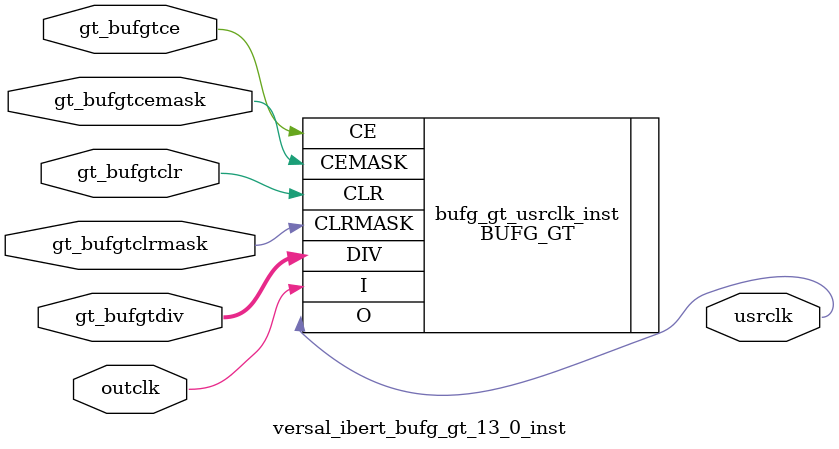
<source format=v>




`timescale 1ns / 1ps



module versal_ibert_bufg_gt_13_0_inst  (
    input outclk,
    input gt_bufgtce,
    input gt_bufgtcemask,
    input gt_bufgtclr,
    input gt_bufgtclrmask,
    input [2:0] gt_bufgtdiv,
    output usrclk
    );
     
      wire sync_ce;
      wire sync_clr;

      //BUFG_GT_SYNC sync_clr_ce (.CESYNC(sync_ce), .CLRSYNC(sync_clr), .CE(gt_bufgtce), .CLK(outclk), .CLR(gt_bufgtclr));
    //assign usrclk = outclk;
      BUFG_GT #(
        .SIM_DEVICE ("VERSAL_PREMIUM")
      ) bufg_gt_usrclk_inst (
        .CE      (gt_bufgtce),
        .CEMASK  (gt_bufgtcemask),
        .CLR     (gt_bufgtclr),
        .CLRMASK (gt_bufgtclrmask),
        .DIV     (gt_bufgtdiv),
        .I       (outclk),
        .O       (usrclk)
      );
endmodule
//------}

</source>
